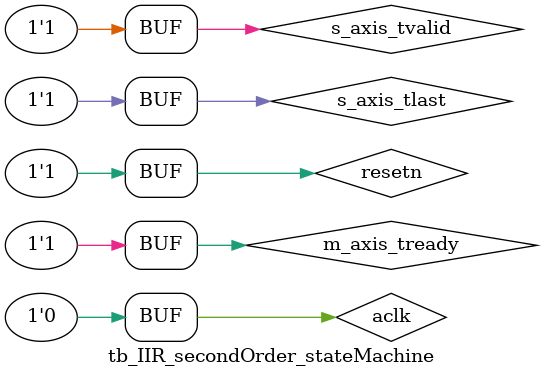
<source format=v>
`timescale 1ns / 1ps


module tb_IIR_secondOrder_stateMachine();

    reg aclk, resetn, s_axis_tvalid, s_axis_tlast;
    reg signed [15:0] s_axis_tdata;
    wire m_axis_tvalid;
    wire signed [15:0] m_axis_tdata;
    reg m_axis_tready;
    wire signed [15:0] data_monitor;
     
    

    always begin
       aclk = 1; #5;
       aclk = 0; #5;
    end
   
    
    initial begin
        resetn = 1;  #40;
        resetn = 0;  #40;
        resetn = 1;  #40;
    end
    
    initial begin
        s_axis_tvalid = 0; s_axis_tlast =0; m_axis_tready =0; #80;
        s_axis_tvalid = 1; s_axis_tlast =1; m_axis_tready =1; #80;
    end
    
 
    
    /* Instantiate bandPass module to test. */
    IIR_2ndOrder_stateMachine #(
    .saturation_bit(32767) 
    ) inst_IIR_2ndOrder_stateMachine
    (
      .aclk(aclk),
      .resetn(resetn),
      .s_axis_tdata(s_axis_tdata),    
      .s_axis_tlast(s_axis_tlast),   
      .s_axis_tvalid(s_axis_tvalid), 
      .s_axis_tready(s_axis_tready), 
      .m_axis_tdata(m_axis_tdata),
      .m_axis_tlast(m_axis_tlast),  
      .m_axis_tvalid(m_axis_tvalid), 
      .m_axis_tready(m_axis_tready),
   /*    // 100/2 MHz, 500Hz notch filter, (28,25)-bit wont work
      .b0 ( 28'd33554221),//numerators
      .b1 (-28'd67108443),
      .b2 ( 28'd33554221),
      .a1 (-28'd67108443),//denominators
      .a2 ( 28'd33554010), */
   /*   // 100/2 MHz, 500Hz notch filter, (32,29)-bit wont work
      .b0 ( 32'd536867538),//numerators
      .b1 (-32'd1073735076),
      .b2 ( 32'd536867538),
      .a1 (-32'd1073735076),//denominators
      .a2 ( 32'd536864165),  */
  /*     // 100/2 MHz, 500Hz notch filter, (32,29)-bit wont work
      .b0 ( 36'd8589880620),//numerators
      .b1 (-36'd17179761207),
      .b2 ( 36'd8589880620),
      .a1 (-36'd17179761207),//denominators
      .a2 ( 36'd8589826648),  */
      // 100/4 MHz, 500Hz notch filter
   /*   .b0 ( 32'd536864165),//numerators
      .b1 (-32'd1073728323),
      .b2 ( 32'd536864165),
      .a1 (-32'd1073728323),//denominators
      .a2 ( 32'd536857419),  */
      // 100/4 MHz, 500Hz notch filter
      .b0 ( 36'd8589826649),//numerators
      .b1 (-36'd17179653163),
      .b2 ( 36'd8589826649),
      .a1 (-36'd17179653163),//denominators
      .a2 ( 36'd8589718706),        
      .gain(128), //value = gain*2^7
      .OnOff(1),
      .data_monitor(data_monitor)      
    );
    
    

    reg [4:0] state_reg;
    reg [15:0] cntr;
    
    parameter wvfm_period = 16'd2500; //25000 for 500Hz
    
    parameter init               = 5'd0;
    parameter sendSample0        = 5'd1;
    parameter sendSample1        = 5'd2;
    parameter sendSample2        = 5'd3;
    parameter sendSample3        = 5'd4;
    parameter sendSample4        = 5'd5;
    parameter sendSample5        = 5'd6;
    parameter sendSample6        = 5'd7;
    parameter sendSample7        = 5'd8;
    
    /* This state machine generates a 1/(8*10ns*wvfm_period) sinusoid. */
    always @ (posedge aclk or negedge resetn)
        begin
            if (resetn == 1'b0)
                begin
                    cntr <= 16'd0;
                    s_axis_tdata <= 16'd0;
                    state_reg <= init;
                end
            else
                begin
                    case (state_reg)
                        init : //0
                            begin
                                cntr <= 16'd0;
                                s_axis_tdata <= 16'h0000;
                                state_reg <= sendSample0;
                            end
                            
                        sendSample0 : //1
                            begin
                                s_axis_tdata <= 16'h0000;
                                
                                if (cntr == (wvfm_period-1'b1))
                                    begin
                                        cntr <= 16'd0;
                                        state_reg <= sendSample1;
                                    end
                                else
                                    begin 
                                        cntr <= cntr + 1;
                                        state_reg <= sendSample0;
                                    end
                            end 
                        
                        sendSample1 : //2
                            begin
                                s_axis_tdata <= 16'h5A81;
                                
                                if (cntr == (wvfm_period-1'b1))
                                    begin
                                        cntr <= 16'd0;
                                        state_reg <= sendSample2;
                                    end
                                else
                                    begin 
                                        cntr <= cntr + 1;
                                        state_reg <= sendSample1;
                                    end
                            end 
                        
                        sendSample2 : //3
                            begin
                                s_axis_tdata <= 16'h7FFF;//16'h1fff;//
                                
                                if (cntr == (wvfm_period-1'b1))
                                    begin
                                        cntr <= 16'd0;
                                        state_reg <= sendSample3;
                                    end
                                else
                                    begin 
                                        cntr <= cntr + 1;
                                        state_reg <= sendSample2;
                                    end
                            end 
                        
                        sendSample3 : //4
                            begin
                                s_axis_tdata <= 16'h5A81;//16'h16a0;
                                
                                if (cntr == (wvfm_period-1'b1))
                                    begin
                                        cntr <= 16'd0;
                                        state_reg <= sendSample4;
                                    end
                                else
                                    begin 
                                        cntr <= cntr + 1;
                                        state_reg <= sendSample3;
                                    end
                            end 
                        
                        sendSample4 : //5
                            begin
                                s_axis_tdata <= 16'hffff;
                                
                                if (cntr == (wvfm_period-1'b1))
                                    begin
                                        cntr <= 16'd0;
                                        state_reg <= sendSample5;
                                    end
                                else
                                    begin 
                                        cntr <= cntr + 1;
                                        state_reg <= sendSample4;
                                    end
                            end 
                        
                        sendSample5 : //6
                            begin
                                s_axis_tdata <=16'hA57e;// 16'he960;// 
                                
                                if (cntr == (wvfm_period-1'b1))
                                    begin
                                        cntr <= 16'd0;
                                        state_reg <= sendSample6;
                                    end
                                else
                                    begin 
                                        cntr <= cntr + 1;
                                        state_reg <= sendSample5;
                                    end
                            end 
                        
                        sendSample6 : //6
                            begin
                                s_axis_tdata <=16'h8001; // 16'he001;//
                                
                                if (cntr == (wvfm_period-1'b1))
                                    begin
                                        cntr <= 16'd0;
                                        state_reg <= sendSample7;
                                    end
                                else
                                    begin 
                                        cntr <= cntr + 1;
                                        state_reg <= sendSample6;
                                    end
                            end 
                        
                        sendSample7 : //6
                            begin
                                s_axis_tdata <= 16'hA57e;//16'he960;// 
                                
                                if (cntr == (wvfm_period-1'b1))
                                    begin
                                        cntr <= 16'd0;
                                        state_reg <= sendSample0;
                                    end
                                else
                                    begin 
                                        cntr <= cntr + 1;
                                        state_reg <= sendSample7;
                                    end
                            end                     
                    
                    endcase
                end
        end
        
endmodule
</source>
